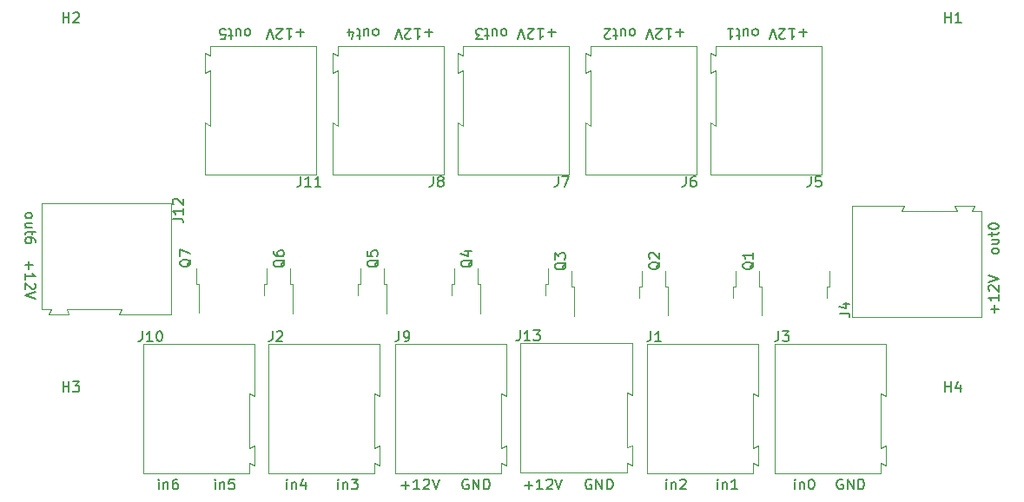
<source format=gto>
G04 #@! TF.GenerationSoftware,KiCad,Pcbnew,(5.1.4)-1*
G04 #@! TF.CreationDate,2019-11-29T00:22:24+00:00*
G04 #@! TF.ProjectId,relay-replacement-board,72656c61-792d-4726-9570-6c6163656d65,rev?*
G04 #@! TF.SameCoordinates,Original*
G04 #@! TF.FileFunction,Legend,Top*
G04 #@! TF.FilePolarity,Positive*
%FSLAX46Y46*%
G04 Gerber Fmt 4.6, Leading zero omitted, Abs format (unit mm)*
G04 Created by KiCad (PCBNEW (5.1.4)-1) date 2019-11-29 00:22:24*
%MOMM*%
%LPD*%
G04 APERTURE LIST*
%ADD10C,0.150000*%
%ADD11C,0.120000*%
%ADD12C,1.002000*%
%ADD13C,8.702000*%
%ADD14O,2.082000X4.062000*%
%ADD15R,2.082000X4.062000*%
%ADD16R,5.902000X6.502000*%
%ADD17R,1.302000X2.302000*%
%ADD18O,4.062000X2.082000*%
%ADD19R,4.062000X2.082000*%
G04 APERTURE END LIST*
D10*
X182452380Y-94285714D02*
X182404761Y-94380952D01*
X182357142Y-94428571D01*
X182261904Y-94476190D01*
X181976190Y-94476190D01*
X181880952Y-94428571D01*
X181833333Y-94380952D01*
X181785714Y-94285714D01*
X181785714Y-94142857D01*
X181833333Y-94047619D01*
X181880952Y-94000000D01*
X181976190Y-93952380D01*
X182261904Y-93952380D01*
X182357142Y-94000000D01*
X182404761Y-94047619D01*
X182452380Y-94142857D01*
X182452380Y-94285714D01*
X181785714Y-93095238D02*
X182452380Y-93095238D01*
X181785714Y-93523809D02*
X182309523Y-93523809D01*
X182404761Y-93476190D01*
X182452380Y-93380952D01*
X182452380Y-93238095D01*
X182404761Y-93142857D01*
X182357142Y-93095238D01*
X181785714Y-92761904D02*
X181785714Y-92380952D01*
X181452380Y-92619047D02*
X182309523Y-92619047D01*
X182404761Y-92571428D01*
X182452380Y-92476190D01*
X182452380Y-92380952D01*
X181452380Y-91857142D02*
X181452380Y-91761904D01*
X181500000Y-91666666D01*
X181547619Y-91619047D01*
X181642857Y-91571428D01*
X181833333Y-91523809D01*
X182071428Y-91523809D01*
X182261904Y-91571428D01*
X182357142Y-91619047D01*
X182404761Y-91666666D01*
X182452380Y-91761904D01*
X182452380Y-91857142D01*
X182404761Y-91952380D01*
X182357142Y-92000000D01*
X182261904Y-92047619D01*
X182071428Y-92095238D01*
X181833333Y-92095238D01*
X181642857Y-92047619D01*
X181547619Y-92000000D01*
X181500000Y-91952380D01*
X181452380Y-91857142D01*
X158785714Y-72547619D02*
X158880952Y-72595238D01*
X158928571Y-72642857D01*
X158976190Y-72738095D01*
X158976190Y-73023809D01*
X158928571Y-73119047D01*
X158880952Y-73166666D01*
X158785714Y-73214285D01*
X158642857Y-73214285D01*
X158547619Y-73166666D01*
X158500000Y-73119047D01*
X158452380Y-73023809D01*
X158452380Y-72738095D01*
X158500000Y-72642857D01*
X158547619Y-72595238D01*
X158642857Y-72547619D01*
X158785714Y-72547619D01*
X157595238Y-73214285D02*
X157595238Y-72547619D01*
X158023809Y-73214285D02*
X158023809Y-72690476D01*
X157976190Y-72595238D01*
X157880952Y-72547619D01*
X157738095Y-72547619D01*
X157642857Y-72595238D01*
X157595238Y-72642857D01*
X157261904Y-73214285D02*
X156880952Y-73214285D01*
X157119047Y-73547619D02*
X157119047Y-72690476D01*
X157071428Y-72595238D01*
X156976190Y-72547619D01*
X156880952Y-72547619D01*
X156023809Y-72547619D02*
X156595238Y-72547619D01*
X156309523Y-72547619D02*
X156309523Y-73547619D01*
X156404761Y-73404761D01*
X156500000Y-73309523D01*
X156595238Y-73261904D01*
X146785714Y-72547619D02*
X146880952Y-72595238D01*
X146928571Y-72642857D01*
X146976190Y-72738095D01*
X146976190Y-73023809D01*
X146928571Y-73119047D01*
X146880952Y-73166666D01*
X146785714Y-73214285D01*
X146642857Y-73214285D01*
X146547619Y-73166666D01*
X146500000Y-73119047D01*
X146452380Y-73023809D01*
X146452380Y-72738095D01*
X146500000Y-72642857D01*
X146547619Y-72595238D01*
X146642857Y-72547619D01*
X146785714Y-72547619D01*
X145595238Y-73214285D02*
X145595238Y-72547619D01*
X146023809Y-73214285D02*
X146023809Y-72690476D01*
X145976190Y-72595238D01*
X145880952Y-72547619D01*
X145738095Y-72547619D01*
X145642857Y-72595238D01*
X145595238Y-72642857D01*
X145261904Y-73214285D02*
X144880952Y-73214285D01*
X145119047Y-73547619D02*
X145119047Y-72690476D01*
X145071428Y-72595238D01*
X144976190Y-72547619D01*
X144880952Y-72547619D01*
X144595238Y-73452380D02*
X144547619Y-73500000D01*
X144452380Y-73547619D01*
X144214285Y-73547619D01*
X144119047Y-73500000D01*
X144071428Y-73452380D01*
X144023809Y-73357142D01*
X144023809Y-73261904D01*
X144071428Y-73119047D01*
X144642857Y-72547619D01*
X144023809Y-72547619D01*
X134285714Y-72547619D02*
X134380952Y-72595238D01*
X134428571Y-72642857D01*
X134476190Y-72738095D01*
X134476190Y-73023809D01*
X134428571Y-73119047D01*
X134380952Y-73166666D01*
X134285714Y-73214285D01*
X134142857Y-73214285D01*
X134047619Y-73166666D01*
X134000000Y-73119047D01*
X133952380Y-73023809D01*
X133952380Y-72738095D01*
X134000000Y-72642857D01*
X134047619Y-72595238D01*
X134142857Y-72547619D01*
X134285714Y-72547619D01*
X133095238Y-73214285D02*
X133095238Y-72547619D01*
X133523809Y-73214285D02*
X133523809Y-72690476D01*
X133476190Y-72595238D01*
X133380952Y-72547619D01*
X133238095Y-72547619D01*
X133142857Y-72595238D01*
X133095238Y-72642857D01*
X132761904Y-73214285D02*
X132380952Y-73214285D01*
X132619047Y-73547619D02*
X132619047Y-72690476D01*
X132571428Y-72595238D01*
X132476190Y-72547619D01*
X132380952Y-72547619D01*
X132142857Y-73547619D02*
X131523809Y-73547619D01*
X131857142Y-73166666D01*
X131714285Y-73166666D01*
X131619047Y-73119047D01*
X131571428Y-73071428D01*
X131523809Y-72976190D01*
X131523809Y-72738095D01*
X131571428Y-72642857D01*
X131619047Y-72595238D01*
X131714285Y-72547619D01*
X132000000Y-72547619D01*
X132095238Y-72595238D01*
X132142857Y-72642857D01*
X121785714Y-72547619D02*
X121880952Y-72595238D01*
X121928571Y-72642857D01*
X121976190Y-72738095D01*
X121976190Y-73023809D01*
X121928571Y-73119047D01*
X121880952Y-73166666D01*
X121785714Y-73214285D01*
X121642857Y-73214285D01*
X121547619Y-73166666D01*
X121500000Y-73119047D01*
X121452380Y-73023809D01*
X121452380Y-72738095D01*
X121500000Y-72642857D01*
X121547619Y-72595238D01*
X121642857Y-72547619D01*
X121785714Y-72547619D01*
X120595238Y-73214285D02*
X120595238Y-72547619D01*
X121023809Y-73214285D02*
X121023809Y-72690476D01*
X120976190Y-72595238D01*
X120880952Y-72547619D01*
X120738095Y-72547619D01*
X120642857Y-72595238D01*
X120595238Y-72642857D01*
X120261904Y-73214285D02*
X119880952Y-73214285D01*
X120119047Y-73547619D02*
X120119047Y-72690476D01*
X120071428Y-72595238D01*
X119976190Y-72547619D01*
X119880952Y-72547619D01*
X119119047Y-73214285D02*
X119119047Y-72547619D01*
X119357142Y-73595238D02*
X119595238Y-72880952D01*
X118976190Y-72880952D01*
X109285714Y-72547619D02*
X109380952Y-72595238D01*
X109428571Y-72642857D01*
X109476190Y-72738095D01*
X109476190Y-73023809D01*
X109428571Y-73119047D01*
X109380952Y-73166666D01*
X109285714Y-73214285D01*
X109142857Y-73214285D01*
X109047619Y-73166666D01*
X109000000Y-73119047D01*
X108952380Y-73023809D01*
X108952380Y-72738095D01*
X109000000Y-72642857D01*
X109047619Y-72595238D01*
X109142857Y-72547619D01*
X109285714Y-72547619D01*
X108095238Y-73214285D02*
X108095238Y-72547619D01*
X108523809Y-73214285D02*
X108523809Y-72690476D01*
X108476190Y-72595238D01*
X108380952Y-72547619D01*
X108238095Y-72547619D01*
X108142857Y-72595238D01*
X108095238Y-72642857D01*
X107761904Y-73214285D02*
X107380952Y-73214285D01*
X107619047Y-73547619D02*
X107619047Y-72690476D01*
X107571428Y-72595238D01*
X107476190Y-72547619D01*
X107380952Y-72547619D01*
X106571428Y-73547619D02*
X107047619Y-73547619D01*
X107095238Y-73071428D01*
X107047619Y-73119047D01*
X106952380Y-73166666D01*
X106714285Y-73166666D01*
X106619047Y-73119047D01*
X106571428Y-73071428D01*
X106523809Y-72976190D01*
X106523809Y-72738095D01*
X106571428Y-72642857D01*
X106619047Y-72595238D01*
X106714285Y-72547619D01*
X106952380Y-72547619D01*
X107047619Y-72595238D01*
X107095238Y-72642857D01*
X87547619Y-90714285D02*
X87595238Y-90619047D01*
X87642857Y-90571428D01*
X87738095Y-90523809D01*
X88023809Y-90523809D01*
X88119047Y-90571428D01*
X88166666Y-90619047D01*
X88214285Y-90714285D01*
X88214285Y-90857142D01*
X88166666Y-90952380D01*
X88119047Y-91000000D01*
X88023809Y-91047619D01*
X87738095Y-91047619D01*
X87642857Y-91000000D01*
X87595238Y-90952380D01*
X87547619Y-90857142D01*
X87547619Y-90714285D01*
X88214285Y-91904761D02*
X87547619Y-91904761D01*
X88214285Y-91476190D02*
X87690476Y-91476190D01*
X87595238Y-91523809D01*
X87547619Y-91619047D01*
X87547619Y-91761904D01*
X87595238Y-91857142D01*
X87642857Y-91904761D01*
X88214285Y-92238095D02*
X88214285Y-92619047D01*
X88547619Y-92380952D02*
X87690476Y-92380952D01*
X87595238Y-92428571D01*
X87547619Y-92523809D01*
X87547619Y-92619047D01*
X88547619Y-93380952D02*
X88547619Y-93190476D01*
X88500000Y-93095238D01*
X88452380Y-93047619D01*
X88309523Y-92952380D01*
X88119047Y-92904761D01*
X87738095Y-92904761D01*
X87642857Y-92952380D01*
X87595238Y-93000000D01*
X87547619Y-93095238D01*
X87547619Y-93285714D01*
X87595238Y-93380952D01*
X87642857Y-93428571D01*
X87738095Y-93476190D01*
X87976190Y-93476190D01*
X88071428Y-93428571D01*
X88119047Y-93380952D01*
X88166666Y-93285714D01*
X88166666Y-93095238D01*
X88119047Y-93000000D01*
X88071428Y-92952380D01*
X87976190Y-92904761D01*
X100571428Y-117452380D02*
X100571428Y-116785714D01*
X100571428Y-116452380D02*
X100523809Y-116500000D01*
X100571428Y-116547619D01*
X100619047Y-116500000D01*
X100571428Y-116452380D01*
X100571428Y-116547619D01*
X101047619Y-116785714D02*
X101047619Y-117452380D01*
X101047619Y-116880952D02*
X101095238Y-116833333D01*
X101190476Y-116785714D01*
X101333333Y-116785714D01*
X101428571Y-116833333D01*
X101476190Y-116928571D01*
X101476190Y-117452380D01*
X102380952Y-116452380D02*
X102190476Y-116452380D01*
X102095238Y-116500000D01*
X102047619Y-116547619D01*
X101952380Y-116690476D01*
X101904761Y-116880952D01*
X101904761Y-117261904D01*
X101952380Y-117357142D01*
X102000000Y-117404761D01*
X102095238Y-117452380D01*
X102285714Y-117452380D01*
X102380952Y-117404761D01*
X102428571Y-117357142D01*
X102476190Y-117261904D01*
X102476190Y-117023809D01*
X102428571Y-116928571D01*
X102380952Y-116880952D01*
X102285714Y-116833333D01*
X102095238Y-116833333D01*
X102000000Y-116880952D01*
X101952380Y-116928571D01*
X101904761Y-117023809D01*
X106071428Y-117452380D02*
X106071428Y-116785714D01*
X106071428Y-116452380D02*
X106023809Y-116500000D01*
X106071428Y-116547619D01*
X106119047Y-116500000D01*
X106071428Y-116452380D01*
X106071428Y-116547619D01*
X106547619Y-116785714D02*
X106547619Y-117452380D01*
X106547619Y-116880952D02*
X106595238Y-116833333D01*
X106690476Y-116785714D01*
X106833333Y-116785714D01*
X106928571Y-116833333D01*
X106976190Y-116928571D01*
X106976190Y-117452380D01*
X107928571Y-116452380D02*
X107452380Y-116452380D01*
X107404761Y-116928571D01*
X107452380Y-116880952D01*
X107547619Y-116833333D01*
X107785714Y-116833333D01*
X107880952Y-116880952D01*
X107928571Y-116928571D01*
X107976190Y-117023809D01*
X107976190Y-117261904D01*
X107928571Y-117357142D01*
X107880952Y-117404761D01*
X107785714Y-117452380D01*
X107547619Y-117452380D01*
X107452380Y-117404761D01*
X107404761Y-117357142D01*
X113071428Y-117452380D02*
X113071428Y-116785714D01*
X113071428Y-116452380D02*
X113023809Y-116500000D01*
X113071428Y-116547619D01*
X113119047Y-116500000D01*
X113071428Y-116452380D01*
X113071428Y-116547619D01*
X113547619Y-116785714D02*
X113547619Y-117452380D01*
X113547619Y-116880952D02*
X113595238Y-116833333D01*
X113690476Y-116785714D01*
X113833333Y-116785714D01*
X113928571Y-116833333D01*
X113976190Y-116928571D01*
X113976190Y-117452380D01*
X114880952Y-116785714D02*
X114880952Y-117452380D01*
X114642857Y-116404761D02*
X114404761Y-117119047D01*
X115023809Y-117119047D01*
X118071428Y-117452380D02*
X118071428Y-116785714D01*
X118071428Y-116452380D02*
X118023809Y-116500000D01*
X118071428Y-116547619D01*
X118119047Y-116500000D01*
X118071428Y-116452380D01*
X118071428Y-116547619D01*
X118547619Y-116785714D02*
X118547619Y-117452380D01*
X118547619Y-116880952D02*
X118595238Y-116833333D01*
X118690476Y-116785714D01*
X118833333Y-116785714D01*
X118928571Y-116833333D01*
X118976190Y-116928571D01*
X118976190Y-117452380D01*
X119357142Y-116452380D02*
X119976190Y-116452380D01*
X119642857Y-116833333D01*
X119785714Y-116833333D01*
X119880952Y-116880952D01*
X119928571Y-116928571D01*
X119976190Y-117023809D01*
X119976190Y-117261904D01*
X119928571Y-117357142D01*
X119880952Y-117404761D01*
X119785714Y-117452380D01*
X119500000Y-117452380D01*
X119404761Y-117404761D01*
X119357142Y-117357142D01*
X150071428Y-117452380D02*
X150071428Y-116785714D01*
X150071428Y-116452380D02*
X150023809Y-116500000D01*
X150071428Y-116547619D01*
X150119047Y-116500000D01*
X150071428Y-116452380D01*
X150071428Y-116547619D01*
X150547619Y-116785714D02*
X150547619Y-117452380D01*
X150547619Y-116880952D02*
X150595238Y-116833333D01*
X150690476Y-116785714D01*
X150833333Y-116785714D01*
X150928571Y-116833333D01*
X150976190Y-116928571D01*
X150976190Y-117452380D01*
X151404761Y-116547619D02*
X151452380Y-116500000D01*
X151547619Y-116452380D01*
X151785714Y-116452380D01*
X151880952Y-116500000D01*
X151928571Y-116547619D01*
X151976190Y-116642857D01*
X151976190Y-116738095D01*
X151928571Y-116880952D01*
X151357142Y-117452380D01*
X151976190Y-117452380D01*
X155071428Y-117452380D02*
X155071428Y-116785714D01*
X155071428Y-116452380D02*
X155023809Y-116500000D01*
X155071428Y-116547619D01*
X155119047Y-116500000D01*
X155071428Y-116452380D01*
X155071428Y-116547619D01*
X155547619Y-116785714D02*
X155547619Y-117452380D01*
X155547619Y-116880952D02*
X155595238Y-116833333D01*
X155690476Y-116785714D01*
X155833333Y-116785714D01*
X155928571Y-116833333D01*
X155976190Y-116928571D01*
X155976190Y-117452380D01*
X156976190Y-117452380D02*
X156404761Y-117452380D01*
X156690476Y-117452380D02*
X156690476Y-116452380D01*
X156595238Y-116595238D01*
X156500000Y-116690476D01*
X156404761Y-116738095D01*
X162571428Y-117452380D02*
X162571428Y-116785714D01*
X162571428Y-116452380D02*
X162523809Y-116500000D01*
X162571428Y-116547619D01*
X162619047Y-116500000D01*
X162571428Y-116452380D01*
X162571428Y-116547619D01*
X163047619Y-116785714D02*
X163047619Y-117452380D01*
X163047619Y-116880952D02*
X163095238Y-116833333D01*
X163190476Y-116785714D01*
X163333333Y-116785714D01*
X163428571Y-116833333D01*
X163476190Y-116928571D01*
X163476190Y-117452380D01*
X164142857Y-116452380D02*
X164238095Y-116452380D01*
X164333333Y-116500000D01*
X164380952Y-116547619D01*
X164428571Y-116642857D01*
X164476190Y-116833333D01*
X164476190Y-117071428D01*
X164428571Y-117261904D01*
X164380952Y-117357142D01*
X164333333Y-117404761D01*
X164238095Y-117452380D01*
X164142857Y-117452380D01*
X164047619Y-117404761D01*
X164000000Y-117357142D01*
X163952380Y-117261904D01*
X163904761Y-117071428D01*
X163904761Y-116833333D01*
X163952380Y-116642857D01*
X164000000Y-116547619D01*
X164047619Y-116500000D01*
X164142857Y-116452380D01*
X130738095Y-116500000D02*
X130642857Y-116452380D01*
X130500000Y-116452380D01*
X130357142Y-116500000D01*
X130261904Y-116595238D01*
X130214285Y-116690476D01*
X130166666Y-116880952D01*
X130166666Y-117023809D01*
X130214285Y-117214285D01*
X130261904Y-117309523D01*
X130357142Y-117404761D01*
X130500000Y-117452380D01*
X130595238Y-117452380D01*
X130738095Y-117404761D01*
X130785714Y-117357142D01*
X130785714Y-117023809D01*
X130595238Y-117023809D01*
X131214285Y-117452380D02*
X131214285Y-116452380D01*
X131785714Y-117452380D01*
X131785714Y-116452380D01*
X132261904Y-117452380D02*
X132261904Y-116452380D01*
X132500000Y-116452380D01*
X132642857Y-116500000D01*
X132738095Y-116595238D01*
X132785714Y-116690476D01*
X132833333Y-116880952D01*
X132833333Y-117023809D01*
X132785714Y-117214285D01*
X132738095Y-117309523D01*
X132642857Y-117404761D01*
X132500000Y-117452380D01*
X132261904Y-117452380D01*
X167238095Y-116500000D02*
X167142857Y-116452380D01*
X167000000Y-116452380D01*
X166857142Y-116500000D01*
X166761904Y-116595238D01*
X166714285Y-116690476D01*
X166666666Y-116880952D01*
X166666666Y-117023809D01*
X166714285Y-117214285D01*
X166761904Y-117309523D01*
X166857142Y-117404761D01*
X167000000Y-117452380D01*
X167095238Y-117452380D01*
X167238095Y-117404761D01*
X167285714Y-117357142D01*
X167285714Y-117023809D01*
X167095238Y-117023809D01*
X167714285Y-117452380D02*
X167714285Y-116452380D01*
X168285714Y-117452380D01*
X168285714Y-116452380D01*
X168761904Y-117452380D02*
X168761904Y-116452380D01*
X169000000Y-116452380D01*
X169142857Y-116500000D01*
X169238095Y-116595238D01*
X169285714Y-116690476D01*
X169333333Y-116880952D01*
X169333333Y-117023809D01*
X169285714Y-117214285D01*
X169238095Y-117309523D01*
X169142857Y-117404761D01*
X169000000Y-117452380D01*
X168761904Y-117452380D01*
X142738095Y-116500000D02*
X142642857Y-116452380D01*
X142500000Y-116452380D01*
X142357142Y-116500000D01*
X142261904Y-116595238D01*
X142214285Y-116690476D01*
X142166666Y-116880952D01*
X142166666Y-117023809D01*
X142214285Y-117214285D01*
X142261904Y-117309523D01*
X142357142Y-117404761D01*
X142500000Y-117452380D01*
X142595238Y-117452380D01*
X142738095Y-117404761D01*
X142785714Y-117357142D01*
X142785714Y-117023809D01*
X142595238Y-117023809D01*
X143214285Y-117452380D02*
X143214285Y-116452380D01*
X143785714Y-117452380D01*
X143785714Y-116452380D01*
X144261904Y-117452380D02*
X144261904Y-116452380D01*
X144500000Y-116452380D01*
X144642857Y-116500000D01*
X144738095Y-116595238D01*
X144785714Y-116690476D01*
X144833333Y-116880952D01*
X144833333Y-117023809D01*
X144785714Y-117214285D01*
X144738095Y-117309523D01*
X144642857Y-117404761D01*
X144500000Y-117452380D01*
X144261904Y-117452380D01*
X163761904Y-72928571D02*
X163000000Y-72928571D01*
X163380952Y-72547619D02*
X163380952Y-73309523D01*
X162000000Y-72547619D02*
X162571428Y-72547619D01*
X162285714Y-72547619D02*
X162285714Y-73547619D01*
X162380952Y-73404761D01*
X162476190Y-73309523D01*
X162571428Y-73261904D01*
X161619047Y-73452380D02*
X161571428Y-73500000D01*
X161476190Y-73547619D01*
X161238095Y-73547619D01*
X161142857Y-73500000D01*
X161095238Y-73452380D01*
X161047619Y-73357142D01*
X161047619Y-73261904D01*
X161095238Y-73119047D01*
X161666666Y-72547619D01*
X161047619Y-72547619D01*
X160761904Y-73547619D02*
X160428571Y-72547619D01*
X160095238Y-73547619D01*
X151761904Y-72928571D02*
X151000000Y-72928571D01*
X151380952Y-72547619D02*
X151380952Y-73309523D01*
X150000000Y-72547619D02*
X150571428Y-72547619D01*
X150285714Y-72547619D02*
X150285714Y-73547619D01*
X150380952Y-73404761D01*
X150476190Y-73309523D01*
X150571428Y-73261904D01*
X149619047Y-73452380D02*
X149571428Y-73500000D01*
X149476190Y-73547619D01*
X149238095Y-73547619D01*
X149142857Y-73500000D01*
X149095238Y-73452380D01*
X149047619Y-73357142D01*
X149047619Y-73261904D01*
X149095238Y-73119047D01*
X149666666Y-72547619D01*
X149047619Y-72547619D01*
X148761904Y-73547619D02*
X148428571Y-72547619D01*
X148095238Y-73547619D01*
X139261904Y-72928571D02*
X138500000Y-72928571D01*
X138880952Y-72547619D02*
X138880952Y-73309523D01*
X137500000Y-72547619D02*
X138071428Y-72547619D01*
X137785714Y-72547619D02*
X137785714Y-73547619D01*
X137880952Y-73404761D01*
X137976190Y-73309523D01*
X138071428Y-73261904D01*
X137119047Y-73452380D02*
X137071428Y-73500000D01*
X136976190Y-73547619D01*
X136738095Y-73547619D01*
X136642857Y-73500000D01*
X136595238Y-73452380D01*
X136547619Y-73357142D01*
X136547619Y-73261904D01*
X136595238Y-73119047D01*
X137166666Y-72547619D01*
X136547619Y-72547619D01*
X136261904Y-73547619D02*
X135928571Y-72547619D01*
X135595238Y-73547619D01*
X127261904Y-72928571D02*
X126500000Y-72928571D01*
X126880952Y-72547619D02*
X126880952Y-73309523D01*
X125500000Y-72547619D02*
X126071428Y-72547619D01*
X125785714Y-72547619D02*
X125785714Y-73547619D01*
X125880952Y-73404761D01*
X125976190Y-73309523D01*
X126071428Y-73261904D01*
X125119047Y-73452380D02*
X125071428Y-73500000D01*
X124976190Y-73547619D01*
X124738095Y-73547619D01*
X124642857Y-73500000D01*
X124595238Y-73452380D01*
X124547619Y-73357142D01*
X124547619Y-73261904D01*
X124595238Y-73119047D01*
X125166666Y-72547619D01*
X124547619Y-72547619D01*
X124261904Y-73547619D02*
X123928571Y-72547619D01*
X123595238Y-73547619D01*
X114761904Y-72928571D02*
X114000000Y-72928571D01*
X114380952Y-72547619D02*
X114380952Y-73309523D01*
X113000000Y-72547619D02*
X113571428Y-72547619D01*
X113285714Y-72547619D02*
X113285714Y-73547619D01*
X113380952Y-73404761D01*
X113476190Y-73309523D01*
X113571428Y-73261904D01*
X112619047Y-73452380D02*
X112571428Y-73500000D01*
X112476190Y-73547619D01*
X112238095Y-73547619D01*
X112142857Y-73500000D01*
X112095238Y-73452380D01*
X112047619Y-73357142D01*
X112047619Y-73261904D01*
X112095238Y-73119047D01*
X112666666Y-72547619D01*
X112047619Y-72547619D01*
X111761904Y-73547619D02*
X111428571Y-72547619D01*
X111095238Y-73547619D01*
X182071428Y-100261904D02*
X182071428Y-99500000D01*
X182452380Y-99880952D02*
X181690476Y-99880952D01*
X182452380Y-98500000D02*
X182452380Y-99071428D01*
X182452380Y-98785714D02*
X181452380Y-98785714D01*
X181595238Y-98880952D01*
X181690476Y-98976190D01*
X181738095Y-99071428D01*
X181547619Y-98119047D02*
X181500000Y-98071428D01*
X181452380Y-97976190D01*
X181452380Y-97738095D01*
X181500000Y-97642857D01*
X181547619Y-97595238D01*
X181642857Y-97547619D01*
X181738095Y-97547619D01*
X181880952Y-97595238D01*
X182452380Y-98166666D01*
X182452380Y-97547619D01*
X181452380Y-97261904D02*
X182452380Y-96928571D01*
X181452380Y-96595238D01*
X87928571Y-95238095D02*
X87928571Y-96000000D01*
X87547619Y-95619047D02*
X88309523Y-95619047D01*
X87547619Y-97000000D02*
X87547619Y-96428571D01*
X87547619Y-96714285D02*
X88547619Y-96714285D01*
X88404761Y-96619047D01*
X88309523Y-96523809D01*
X88261904Y-96428571D01*
X88452380Y-97380952D02*
X88500000Y-97428571D01*
X88547619Y-97523809D01*
X88547619Y-97761904D01*
X88500000Y-97857142D01*
X88452380Y-97904761D01*
X88357142Y-97952380D01*
X88261904Y-97952380D01*
X88119047Y-97904761D01*
X87547619Y-97333333D01*
X87547619Y-97952380D01*
X88547619Y-98238095D02*
X87547619Y-98571428D01*
X88547619Y-98904761D01*
X136238095Y-117071428D02*
X137000000Y-117071428D01*
X136619047Y-117452380D02*
X136619047Y-116690476D01*
X138000000Y-117452380D02*
X137428571Y-117452380D01*
X137714285Y-117452380D02*
X137714285Y-116452380D01*
X137619047Y-116595238D01*
X137523809Y-116690476D01*
X137428571Y-116738095D01*
X138380952Y-116547619D02*
X138428571Y-116500000D01*
X138523809Y-116452380D01*
X138761904Y-116452380D01*
X138857142Y-116500000D01*
X138904761Y-116547619D01*
X138952380Y-116642857D01*
X138952380Y-116738095D01*
X138904761Y-116880952D01*
X138333333Y-117452380D01*
X138952380Y-117452380D01*
X139238095Y-116452380D02*
X139571428Y-117452380D01*
X139904761Y-116452380D01*
X124238095Y-117071428D02*
X125000000Y-117071428D01*
X124619047Y-117452380D02*
X124619047Y-116690476D01*
X126000000Y-117452380D02*
X125428571Y-117452380D01*
X125714285Y-117452380D02*
X125714285Y-116452380D01*
X125619047Y-116595238D01*
X125523809Y-116690476D01*
X125428571Y-116738095D01*
X126380952Y-116547619D02*
X126428571Y-116500000D01*
X126523809Y-116452380D01*
X126761904Y-116452380D01*
X126857142Y-116500000D01*
X126904761Y-116547619D01*
X126952380Y-116642857D01*
X126952380Y-116738095D01*
X126904761Y-116880952D01*
X126333333Y-117452380D01*
X126952380Y-117452380D01*
X127238095Y-116452380D02*
X127571428Y-117452380D01*
X127904761Y-116452380D01*
D11*
X109908000Y-103270000D02*
X99058000Y-103270000D01*
X109908000Y-108370000D02*
X109908000Y-103270000D01*
X109408000Y-108070000D02*
X109908000Y-108370000D01*
X109408000Y-113470000D02*
X109408000Y-108070000D01*
X109908000Y-113220000D02*
X109408000Y-113470000D01*
X109908000Y-113270000D02*
X109908000Y-113220000D01*
X109908000Y-115170000D02*
X109908000Y-113270000D01*
X109408000Y-114920000D02*
X109908000Y-115170000D01*
X109408000Y-115870000D02*
X109408000Y-114920000D01*
X99058000Y-115870000D02*
X109408000Y-115870000D01*
X99058000Y-103270000D02*
X99058000Y-115870000D01*
X146700000Y-103200000D02*
X135850000Y-103200000D01*
X146700000Y-108300000D02*
X146700000Y-103200000D01*
X146200000Y-108000000D02*
X146700000Y-108300000D01*
X146200000Y-113400000D02*
X146200000Y-108000000D01*
X146700000Y-113150000D02*
X146200000Y-113400000D01*
X146700000Y-113200000D02*
X146700000Y-113150000D01*
X146700000Y-115100000D02*
X146700000Y-113200000D01*
X146200000Y-114850000D02*
X146700000Y-115100000D01*
X146200000Y-115800000D02*
X146200000Y-114850000D01*
X135850000Y-115800000D02*
X146200000Y-115800000D01*
X135850000Y-103200000D02*
X135850000Y-115800000D01*
X110849000Y-97415000D02*
X110849000Y-98515000D01*
X111119000Y-97415000D02*
X110849000Y-97415000D01*
X111119000Y-95915000D02*
X111119000Y-97415000D01*
X104489000Y-97415000D02*
X104489000Y-100245000D01*
X104219000Y-97415000D02*
X104489000Y-97415000D01*
X104219000Y-95915000D02*
X104219000Y-97415000D01*
X119992000Y-97450000D02*
X119992000Y-98550000D01*
X120262000Y-97450000D02*
X119992000Y-97450000D01*
X120262000Y-95950000D02*
X120262000Y-97450000D01*
X113632000Y-97450000D02*
X113632000Y-100280000D01*
X113362000Y-97450000D02*
X113632000Y-97450000D01*
X113362000Y-95950000D02*
X113362000Y-97450000D01*
X129136000Y-97450000D02*
X129136000Y-98550000D01*
X129406000Y-97450000D02*
X129136000Y-97450000D01*
X129406000Y-95950000D02*
X129406000Y-97450000D01*
X122776000Y-97450000D02*
X122776000Y-100280000D01*
X122506000Y-97450000D02*
X122776000Y-97450000D01*
X122506000Y-95950000D02*
X122506000Y-97450000D01*
X138280000Y-97450000D02*
X138280000Y-98550000D01*
X138550000Y-97450000D02*
X138280000Y-97450000D01*
X138550000Y-95950000D02*
X138550000Y-97450000D01*
X131920000Y-97450000D02*
X131920000Y-100280000D01*
X131650000Y-97450000D02*
X131920000Y-97450000D01*
X131650000Y-95950000D02*
X131650000Y-97450000D01*
X140794000Y-96204000D02*
X140794000Y-97704000D01*
X140794000Y-97704000D02*
X141064000Y-97704000D01*
X141064000Y-97704000D02*
X141064000Y-100534000D01*
X147694000Y-96204000D02*
X147694000Y-97704000D01*
X147694000Y-97704000D02*
X147424000Y-97704000D01*
X147424000Y-97704000D02*
X147424000Y-98804000D01*
X156567000Y-97669000D02*
X156567000Y-98769000D01*
X156837000Y-97669000D02*
X156567000Y-97669000D01*
X156837000Y-96169000D02*
X156837000Y-97669000D01*
X150207000Y-97669000D02*
X150207000Y-100499000D01*
X149937000Y-97669000D02*
X150207000Y-97669000D01*
X149937000Y-96169000D02*
X149937000Y-97669000D01*
X165713000Y-97669000D02*
X165713000Y-98769000D01*
X165983000Y-97669000D02*
X165713000Y-97669000D01*
X165983000Y-96169000D02*
X165983000Y-97669000D01*
X159353000Y-97669000D02*
X159353000Y-100499000D01*
X159083000Y-97669000D02*
X159353000Y-97669000D01*
X159083000Y-96169000D02*
X159083000Y-97669000D01*
X101776000Y-100386000D02*
X101776000Y-89536000D01*
X96676000Y-100386000D02*
X101776000Y-100386000D01*
X96976000Y-99886000D02*
X96676000Y-100386000D01*
X91576000Y-99886000D02*
X96976000Y-99886000D01*
X91826000Y-100386000D02*
X91576000Y-99886000D01*
X91776000Y-100386000D02*
X91826000Y-100386000D01*
X89876000Y-100386000D02*
X91776000Y-100386000D01*
X90126000Y-99886000D02*
X89876000Y-100386000D01*
X89176000Y-99886000D02*
X90126000Y-99886000D01*
X89176000Y-89536000D02*
X89176000Y-99886000D01*
X101776000Y-89536000D02*
X89176000Y-89536000D01*
X105096000Y-86802000D02*
X115946000Y-86802000D01*
X105096000Y-81702000D02*
X105096000Y-86802000D01*
X105596000Y-82002000D02*
X105096000Y-81702000D01*
X105596000Y-76602000D02*
X105596000Y-82002000D01*
X105096000Y-76852000D02*
X105596000Y-76602000D01*
X105096000Y-76802000D02*
X105096000Y-76852000D01*
X105096000Y-74902000D02*
X105096000Y-76802000D01*
X105596000Y-75152000D02*
X105096000Y-74902000D01*
X105596000Y-74202000D02*
X105596000Y-75152000D01*
X115946000Y-74202000D02*
X105596000Y-74202000D01*
X115946000Y-86802000D02*
X115946000Y-74202000D01*
X134450000Y-103270000D02*
X123600000Y-103270000D01*
X134450000Y-108370000D02*
X134450000Y-103270000D01*
X133950000Y-108070000D02*
X134450000Y-108370000D01*
X133950000Y-113470000D02*
X133950000Y-108070000D01*
X134450000Y-113220000D02*
X133950000Y-113470000D01*
X134450000Y-113270000D02*
X134450000Y-113220000D01*
X134450000Y-115170000D02*
X134450000Y-113270000D01*
X133950000Y-114920000D02*
X134450000Y-115170000D01*
X133950000Y-115870000D02*
X133950000Y-114920000D01*
X123600000Y-115870000D02*
X133950000Y-115870000D01*
X123600000Y-103270000D02*
X123600000Y-115870000D01*
X117542000Y-86802000D02*
X128392000Y-86802000D01*
X117542000Y-81702000D02*
X117542000Y-86802000D01*
X118042000Y-82002000D02*
X117542000Y-81702000D01*
X118042000Y-76602000D02*
X118042000Y-82002000D01*
X117542000Y-76852000D02*
X118042000Y-76602000D01*
X117542000Y-76802000D02*
X117542000Y-76852000D01*
X117542000Y-74902000D02*
X117542000Y-76802000D01*
X118042000Y-75152000D02*
X117542000Y-74902000D01*
X118042000Y-74202000D02*
X118042000Y-75152000D01*
X128392000Y-74202000D02*
X118042000Y-74202000D01*
X128392000Y-86802000D02*
X128392000Y-74202000D01*
X129734000Y-86802000D02*
X140584000Y-86802000D01*
X129734000Y-81702000D02*
X129734000Y-86802000D01*
X130234000Y-82002000D02*
X129734000Y-81702000D01*
X130234000Y-76602000D02*
X130234000Y-82002000D01*
X129734000Y-76852000D02*
X130234000Y-76602000D01*
X129734000Y-76802000D02*
X129734000Y-76852000D01*
X129734000Y-74902000D02*
X129734000Y-76802000D01*
X130234000Y-75152000D02*
X129734000Y-74902000D01*
X130234000Y-74202000D02*
X130234000Y-75152000D01*
X140584000Y-74202000D02*
X130234000Y-74202000D01*
X140584000Y-86802000D02*
X140584000Y-74202000D01*
X142180000Y-86802000D02*
X153030000Y-86802000D01*
X142180000Y-81702000D02*
X142180000Y-86802000D01*
X142680000Y-82002000D02*
X142180000Y-81702000D01*
X142680000Y-76602000D02*
X142680000Y-82002000D01*
X142180000Y-76852000D02*
X142680000Y-76602000D01*
X142180000Y-76802000D02*
X142180000Y-76852000D01*
X142180000Y-74902000D02*
X142180000Y-76802000D01*
X142680000Y-75152000D02*
X142180000Y-74902000D01*
X142680000Y-74202000D02*
X142680000Y-75152000D01*
X153030000Y-74202000D02*
X142680000Y-74202000D01*
X153030000Y-86802000D02*
X153030000Y-74202000D01*
X154372000Y-86802000D02*
X165222000Y-86802000D01*
X154372000Y-81702000D02*
X154372000Y-86802000D01*
X154872000Y-82002000D02*
X154372000Y-81702000D01*
X154872000Y-76602000D02*
X154872000Y-82002000D01*
X154372000Y-76852000D02*
X154872000Y-76602000D01*
X154372000Y-76802000D02*
X154372000Y-76852000D01*
X154372000Y-74902000D02*
X154372000Y-76802000D01*
X154872000Y-75152000D02*
X154372000Y-74902000D01*
X154872000Y-74202000D02*
X154872000Y-75152000D01*
X165222000Y-74202000D02*
X154872000Y-74202000D01*
X165222000Y-86802000D02*
X165222000Y-74202000D01*
X168170000Y-89828000D02*
X168170000Y-100678000D01*
X173270000Y-89828000D02*
X168170000Y-89828000D01*
X172970000Y-90328000D02*
X173270000Y-89828000D01*
X178370000Y-90328000D02*
X172970000Y-90328000D01*
X178120000Y-89828000D02*
X178370000Y-90328000D01*
X178170000Y-89828000D02*
X178120000Y-89828000D01*
X180070000Y-89828000D02*
X178170000Y-89828000D01*
X179820000Y-90328000D02*
X180070000Y-89828000D01*
X180770000Y-90328000D02*
X179820000Y-90328000D01*
X180770000Y-100678000D02*
X180770000Y-90328000D01*
X168170000Y-100678000D02*
X180770000Y-100678000D01*
X171438000Y-103270000D02*
X160588000Y-103270000D01*
X171438000Y-108370000D02*
X171438000Y-103270000D01*
X170938000Y-108070000D02*
X171438000Y-108370000D01*
X170938000Y-113470000D02*
X170938000Y-108070000D01*
X171438000Y-113220000D02*
X170938000Y-113470000D01*
X171438000Y-113270000D02*
X171438000Y-113220000D01*
X171438000Y-115170000D02*
X171438000Y-113270000D01*
X170938000Y-114920000D02*
X171438000Y-115170000D01*
X170938000Y-115870000D02*
X170938000Y-114920000D01*
X160588000Y-115870000D02*
X170938000Y-115870000D01*
X160588000Y-103270000D02*
X160588000Y-115870000D01*
X122100000Y-103270000D02*
X111250000Y-103270000D01*
X122100000Y-108370000D02*
X122100000Y-103270000D01*
X121600000Y-108070000D02*
X122100000Y-108370000D01*
X121600000Y-113470000D02*
X121600000Y-108070000D01*
X122100000Y-113220000D02*
X121600000Y-113470000D01*
X122100000Y-113270000D02*
X122100000Y-113220000D01*
X122100000Y-115170000D02*
X122100000Y-113270000D01*
X121600000Y-114920000D02*
X122100000Y-115170000D01*
X121600000Y-115870000D02*
X121600000Y-114920000D01*
X111250000Y-115870000D02*
X121600000Y-115870000D01*
X111250000Y-103270000D02*
X111250000Y-115870000D01*
X158992000Y-103270000D02*
X148142000Y-103270000D01*
X158992000Y-108370000D02*
X158992000Y-103270000D01*
X158492000Y-108070000D02*
X158992000Y-108370000D01*
X158492000Y-113470000D02*
X158492000Y-108070000D01*
X158992000Y-113220000D02*
X158492000Y-113470000D01*
X158992000Y-113270000D02*
X158992000Y-113220000D01*
X158992000Y-115170000D02*
X158992000Y-113270000D01*
X158492000Y-114920000D02*
X158992000Y-115170000D01*
X158492000Y-115870000D02*
X158492000Y-114920000D01*
X148142000Y-115870000D02*
X158492000Y-115870000D01*
X148142000Y-103270000D02*
X148142000Y-115870000D01*
D10*
X91238095Y-71952380D02*
X91238095Y-70952380D01*
X91238095Y-71428571D02*
X91809523Y-71428571D01*
X91809523Y-71952380D02*
X91809523Y-70952380D01*
X92238095Y-71047619D02*
X92285714Y-71000000D01*
X92380952Y-70952380D01*
X92619047Y-70952380D01*
X92714285Y-71000000D01*
X92761904Y-71047619D01*
X92809523Y-71142857D01*
X92809523Y-71238095D01*
X92761904Y-71380952D01*
X92190476Y-71952380D01*
X92809523Y-71952380D01*
X177238095Y-71952380D02*
X177238095Y-70952380D01*
X177238095Y-71428571D02*
X177809523Y-71428571D01*
X177809523Y-71952380D02*
X177809523Y-70952380D01*
X178809523Y-71952380D02*
X178238095Y-71952380D01*
X178523809Y-71952380D02*
X178523809Y-70952380D01*
X178428571Y-71095238D01*
X178333333Y-71190476D01*
X178238095Y-71238095D01*
X91238095Y-107952380D02*
X91238095Y-106952380D01*
X91238095Y-107428571D02*
X91809523Y-107428571D01*
X91809523Y-107952380D02*
X91809523Y-106952380D01*
X92190476Y-106952380D02*
X92809523Y-106952380D01*
X92476190Y-107333333D01*
X92619047Y-107333333D01*
X92714285Y-107380952D01*
X92761904Y-107428571D01*
X92809523Y-107523809D01*
X92809523Y-107761904D01*
X92761904Y-107857142D01*
X92714285Y-107904761D01*
X92619047Y-107952380D01*
X92333333Y-107952380D01*
X92238095Y-107904761D01*
X92190476Y-107857142D01*
X177238095Y-107952380D02*
X177238095Y-106952380D01*
X177238095Y-107428571D02*
X177809523Y-107428571D01*
X177809523Y-107952380D02*
X177809523Y-106952380D01*
X178714285Y-107285714D02*
X178714285Y-107952380D01*
X178476190Y-106904761D02*
X178238095Y-107619047D01*
X178857142Y-107619047D01*
X98978476Y-102032380D02*
X98978476Y-102746666D01*
X98930857Y-102889523D01*
X98835619Y-102984761D01*
X98692761Y-103032380D01*
X98597523Y-103032380D01*
X99978476Y-103032380D02*
X99407047Y-103032380D01*
X99692761Y-103032380D02*
X99692761Y-102032380D01*
X99597523Y-102175238D01*
X99502285Y-102270476D01*
X99407047Y-102318095D01*
X100597523Y-102032380D02*
X100692761Y-102032380D01*
X100788000Y-102080000D01*
X100835619Y-102127619D01*
X100883238Y-102222857D01*
X100930857Y-102413333D01*
X100930857Y-102651428D01*
X100883238Y-102841904D01*
X100835619Y-102937142D01*
X100788000Y-102984761D01*
X100692761Y-103032380D01*
X100597523Y-103032380D01*
X100502285Y-102984761D01*
X100454666Y-102937142D01*
X100407047Y-102841904D01*
X100359428Y-102651428D01*
X100359428Y-102413333D01*
X100407047Y-102222857D01*
X100454666Y-102127619D01*
X100502285Y-102080000D01*
X100597523Y-102032380D01*
X135770476Y-101962380D02*
X135770476Y-102676666D01*
X135722857Y-102819523D01*
X135627619Y-102914761D01*
X135484761Y-102962380D01*
X135389523Y-102962380D01*
X136770476Y-102962380D02*
X136199047Y-102962380D01*
X136484761Y-102962380D02*
X136484761Y-101962380D01*
X136389523Y-102105238D01*
X136294285Y-102200476D01*
X136199047Y-102248095D01*
X137103809Y-101962380D02*
X137722857Y-101962380D01*
X137389523Y-102343333D01*
X137532380Y-102343333D01*
X137627619Y-102390952D01*
X137675238Y-102438571D01*
X137722857Y-102533809D01*
X137722857Y-102771904D01*
X137675238Y-102867142D01*
X137627619Y-102914761D01*
X137532380Y-102962380D01*
X137246666Y-102962380D01*
X137151428Y-102914761D01*
X137103809Y-102867142D01*
X103716619Y-95040238D02*
X103669000Y-95135476D01*
X103573761Y-95230714D01*
X103430904Y-95373571D01*
X103383285Y-95468809D01*
X103383285Y-95564047D01*
X103621380Y-95516428D02*
X103573761Y-95611666D01*
X103478523Y-95706904D01*
X103288047Y-95754523D01*
X102954714Y-95754523D01*
X102764238Y-95706904D01*
X102669000Y-95611666D01*
X102621380Y-95516428D01*
X102621380Y-95325952D01*
X102669000Y-95230714D01*
X102764238Y-95135476D01*
X102954714Y-95087857D01*
X103288047Y-95087857D01*
X103478523Y-95135476D01*
X103573761Y-95230714D01*
X103621380Y-95325952D01*
X103621380Y-95516428D01*
X102621380Y-94754523D02*
X102621380Y-94087857D01*
X103621380Y-94516428D01*
X112859619Y-95075238D02*
X112812000Y-95170476D01*
X112716761Y-95265714D01*
X112573904Y-95408571D01*
X112526285Y-95503809D01*
X112526285Y-95599047D01*
X112764380Y-95551428D02*
X112716761Y-95646666D01*
X112621523Y-95741904D01*
X112431047Y-95789523D01*
X112097714Y-95789523D01*
X111907238Y-95741904D01*
X111812000Y-95646666D01*
X111764380Y-95551428D01*
X111764380Y-95360952D01*
X111812000Y-95265714D01*
X111907238Y-95170476D01*
X112097714Y-95122857D01*
X112431047Y-95122857D01*
X112621523Y-95170476D01*
X112716761Y-95265714D01*
X112764380Y-95360952D01*
X112764380Y-95551428D01*
X111764380Y-94265714D02*
X111764380Y-94456190D01*
X111812000Y-94551428D01*
X111859619Y-94599047D01*
X112002476Y-94694285D01*
X112192952Y-94741904D01*
X112573904Y-94741904D01*
X112669142Y-94694285D01*
X112716761Y-94646666D01*
X112764380Y-94551428D01*
X112764380Y-94360952D01*
X112716761Y-94265714D01*
X112669142Y-94218095D01*
X112573904Y-94170476D01*
X112335809Y-94170476D01*
X112240571Y-94218095D01*
X112192952Y-94265714D01*
X112145333Y-94360952D01*
X112145333Y-94551428D01*
X112192952Y-94646666D01*
X112240571Y-94694285D01*
X112335809Y-94741904D01*
X122003619Y-95075238D02*
X121956000Y-95170476D01*
X121860761Y-95265714D01*
X121717904Y-95408571D01*
X121670285Y-95503809D01*
X121670285Y-95599047D01*
X121908380Y-95551428D02*
X121860761Y-95646666D01*
X121765523Y-95741904D01*
X121575047Y-95789523D01*
X121241714Y-95789523D01*
X121051238Y-95741904D01*
X120956000Y-95646666D01*
X120908380Y-95551428D01*
X120908380Y-95360952D01*
X120956000Y-95265714D01*
X121051238Y-95170476D01*
X121241714Y-95122857D01*
X121575047Y-95122857D01*
X121765523Y-95170476D01*
X121860761Y-95265714D01*
X121908380Y-95360952D01*
X121908380Y-95551428D01*
X120908380Y-94218095D02*
X120908380Y-94694285D01*
X121384571Y-94741904D01*
X121336952Y-94694285D01*
X121289333Y-94599047D01*
X121289333Y-94360952D01*
X121336952Y-94265714D01*
X121384571Y-94218095D01*
X121479809Y-94170476D01*
X121717904Y-94170476D01*
X121813142Y-94218095D01*
X121860761Y-94265714D01*
X121908380Y-94360952D01*
X121908380Y-94599047D01*
X121860761Y-94694285D01*
X121813142Y-94741904D01*
X131147619Y-95075238D02*
X131100000Y-95170476D01*
X131004761Y-95265714D01*
X130861904Y-95408571D01*
X130814285Y-95503809D01*
X130814285Y-95599047D01*
X131052380Y-95551428D02*
X131004761Y-95646666D01*
X130909523Y-95741904D01*
X130719047Y-95789523D01*
X130385714Y-95789523D01*
X130195238Y-95741904D01*
X130100000Y-95646666D01*
X130052380Y-95551428D01*
X130052380Y-95360952D01*
X130100000Y-95265714D01*
X130195238Y-95170476D01*
X130385714Y-95122857D01*
X130719047Y-95122857D01*
X130909523Y-95170476D01*
X131004761Y-95265714D01*
X131052380Y-95360952D01*
X131052380Y-95551428D01*
X130385714Y-94265714D02*
X131052380Y-94265714D01*
X130004761Y-94503809D02*
X130719047Y-94741904D01*
X130719047Y-94122857D01*
X140291619Y-95329238D02*
X140244000Y-95424476D01*
X140148761Y-95519714D01*
X140005904Y-95662571D01*
X139958285Y-95757809D01*
X139958285Y-95853047D01*
X140196380Y-95805428D02*
X140148761Y-95900666D01*
X140053523Y-95995904D01*
X139863047Y-96043523D01*
X139529714Y-96043523D01*
X139339238Y-95995904D01*
X139244000Y-95900666D01*
X139196380Y-95805428D01*
X139196380Y-95614952D01*
X139244000Y-95519714D01*
X139339238Y-95424476D01*
X139529714Y-95376857D01*
X139863047Y-95376857D01*
X140053523Y-95424476D01*
X140148761Y-95519714D01*
X140196380Y-95614952D01*
X140196380Y-95805428D01*
X139196380Y-95043523D02*
X139196380Y-94424476D01*
X139577333Y-94757809D01*
X139577333Y-94614952D01*
X139624952Y-94519714D01*
X139672571Y-94472095D01*
X139767809Y-94424476D01*
X140005904Y-94424476D01*
X140101142Y-94472095D01*
X140148761Y-94519714D01*
X140196380Y-94614952D01*
X140196380Y-94900666D01*
X140148761Y-94995904D01*
X140101142Y-95043523D01*
X149434619Y-95294238D02*
X149387000Y-95389476D01*
X149291761Y-95484714D01*
X149148904Y-95627571D01*
X149101285Y-95722809D01*
X149101285Y-95818047D01*
X149339380Y-95770428D02*
X149291761Y-95865666D01*
X149196523Y-95960904D01*
X149006047Y-96008523D01*
X148672714Y-96008523D01*
X148482238Y-95960904D01*
X148387000Y-95865666D01*
X148339380Y-95770428D01*
X148339380Y-95579952D01*
X148387000Y-95484714D01*
X148482238Y-95389476D01*
X148672714Y-95341857D01*
X149006047Y-95341857D01*
X149196523Y-95389476D01*
X149291761Y-95484714D01*
X149339380Y-95579952D01*
X149339380Y-95770428D01*
X148434619Y-94960904D02*
X148387000Y-94913285D01*
X148339380Y-94818047D01*
X148339380Y-94579952D01*
X148387000Y-94484714D01*
X148434619Y-94437095D01*
X148529857Y-94389476D01*
X148625095Y-94389476D01*
X148767952Y-94437095D01*
X149339380Y-95008523D01*
X149339380Y-94389476D01*
X158580619Y-95294238D02*
X158533000Y-95389476D01*
X158437761Y-95484714D01*
X158294904Y-95627571D01*
X158247285Y-95722809D01*
X158247285Y-95818047D01*
X158485380Y-95770428D02*
X158437761Y-95865666D01*
X158342523Y-95960904D01*
X158152047Y-96008523D01*
X157818714Y-96008523D01*
X157628238Y-95960904D01*
X157533000Y-95865666D01*
X157485380Y-95770428D01*
X157485380Y-95579952D01*
X157533000Y-95484714D01*
X157628238Y-95389476D01*
X157818714Y-95341857D01*
X158152047Y-95341857D01*
X158342523Y-95389476D01*
X158437761Y-95484714D01*
X158485380Y-95579952D01*
X158485380Y-95770428D01*
X158485380Y-94389476D02*
X158485380Y-94960904D01*
X158485380Y-94675190D02*
X157485380Y-94675190D01*
X157628238Y-94770428D01*
X157723476Y-94865666D01*
X157771095Y-94960904D01*
X101918380Y-91075523D02*
X102632666Y-91075523D01*
X102775523Y-91123142D01*
X102870761Y-91218380D01*
X102918380Y-91361238D01*
X102918380Y-91456476D01*
X102918380Y-90075523D02*
X102918380Y-90646952D01*
X102918380Y-90361238D02*
X101918380Y-90361238D01*
X102061238Y-90456476D01*
X102156476Y-90551714D01*
X102204095Y-90646952D01*
X102013619Y-89694571D02*
X101966000Y-89646952D01*
X101918380Y-89551714D01*
X101918380Y-89313619D01*
X101966000Y-89218380D01*
X102013619Y-89170761D01*
X102108857Y-89123142D01*
X102204095Y-89123142D01*
X102346952Y-89170761D01*
X102918380Y-89742190D01*
X102918380Y-89123142D01*
X114406476Y-86944380D02*
X114406476Y-87658666D01*
X114358857Y-87801523D01*
X114263619Y-87896761D01*
X114120761Y-87944380D01*
X114025523Y-87944380D01*
X115406476Y-87944380D02*
X114835047Y-87944380D01*
X115120761Y-87944380D02*
X115120761Y-86944380D01*
X115025523Y-87087238D01*
X114930285Y-87182476D01*
X114835047Y-87230095D01*
X116358857Y-87944380D02*
X115787428Y-87944380D01*
X116073142Y-87944380D02*
X116073142Y-86944380D01*
X115977904Y-87087238D01*
X115882666Y-87182476D01*
X115787428Y-87230095D01*
X123996666Y-102032380D02*
X123996666Y-102746666D01*
X123949047Y-102889523D01*
X123853809Y-102984761D01*
X123710952Y-103032380D01*
X123615714Y-103032380D01*
X124520476Y-103032380D02*
X124710952Y-103032380D01*
X124806190Y-102984761D01*
X124853809Y-102937142D01*
X124949047Y-102794285D01*
X124996666Y-102603809D01*
X124996666Y-102222857D01*
X124949047Y-102127619D01*
X124901428Y-102080000D01*
X124806190Y-102032380D01*
X124615714Y-102032380D01*
X124520476Y-102080000D01*
X124472857Y-102127619D01*
X124425238Y-102222857D01*
X124425238Y-102460952D01*
X124472857Y-102556190D01*
X124520476Y-102603809D01*
X124615714Y-102651428D01*
X124806190Y-102651428D01*
X124901428Y-102603809D01*
X124949047Y-102556190D01*
X124996666Y-102460952D01*
X127328666Y-86944380D02*
X127328666Y-87658666D01*
X127281047Y-87801523D01*
X127185809Y-87896761D01*
X127042952Y-87944380D01*
X126947714Y-87944380D01*
X127947714Y-87372952D02*
X127852476Y-87325333D01*
X127804857Y-87277714D01*
X127757238Y-87182476D01*
X127757238Y-87134857D01*
X127804857Y-87039619D01*
X127852476Y-86992000D01*
X127947714Y-86944380D01*
X128138190Y-86944380D01*
X128233428Y-86992000D01*
X128281047Y-87039619D01*
X128328666Y-87134857D01*
X128328666Y-87182476D01*
X128281047Y-87277714D01*
X128233428Y-87325333D01*
X128138190Y-87372952D01*
X127947714Y-87372952D01*
X127852476Y-87420571D01*
X127804857Y-87468190D01*
X127757238Y-87563428D01*
X127757238Y-87753904D01*
X127804857Y-87849142D01*
X127852476Y-87896761D01*
X127947714Y-87944380D01*
X128138190Y-87944380D01*
X128233428Y-87896761D01*
X128281047Y-87849142D01*
X128328666Y-87753904D01*
X128328666Y-87563428D01*
X128281047Y-87468190D01*
X128233428Y-87420571D01*
X128138190Y-87372952D01*
X139520666Y-86944380D02*
X139520666Y-87658666D01*
X139473047Y-87801523D01*
X139377809Y-87896761D01*
X139234952Y-87944380D01*
X139139714Y-87944380D01*
X139901619Y-86944380D02*
X140568285Y-86944380D01*
X140139714Y-87944380D01*
X151966666Y-86944380D02*
X151966666Y-87658666D01*
X151919047Y-87801523D01*
X151823809Y-87896761D01*
X151680952Y-87944380D01*
X151585714Y-87944380D01*
X152871428Y-86944380D02*
X152680952Y-86944380D01*
X152585714Y-86992000D01*
X152538095Y-87039619D01*
X152442857Y-87182476D01*
X152395238Y-87372952D01*
X152395238Y-87753904D01*
X152442857Y-87849142D01*
X152490476Y-87896761D01*
X152585714Y-87944380D01*
X152776190Y-87944380D01*
X152871428Y-87896761D01*
X152919047Y-87849142D01*
X152966666Y-87753904D01*
X152966666Y-87515809D01*
X152919047Y-87420571D01*
X152871428Y-87372952D01*
X152776190Y-87325333D01*
X152585714Y-87325333D01*
X152490476Y-87372952D01*
X152442857Y-87420571D01*
X152395238Y-87515809D01*
X164158666Y-86944380D02*
X164158666Y-87658666D01*
X164111047Y-87801523D01*
X164015809Y-87896761D01*
X163872952Y-87944380D01*
X163777714Y-87944380D01*
X165111047Y-86944380D02*
X164634857Y-86944380D01*
X164587238Y-87420571D01*
X164634857Y-87372952D01*
X164730095Y-87325333D01*
X164968190Y-87325333D01*
X165063428Y-87372952D01*
X165111047Y-87420571D01*
X165158666Y-87515809D01*
X165158666Y-87753904D01*
X165111047Y-87849142D01*
X165063428Y-87896761D01*
X164968190Y-87944380D01*
X164730095Y-87944380D01*
X164634857Y-87896761D01*
X164587238Y-87849142D01*
X166932380Y-100281333D02*
X167646666Y-100281333D01*
X167789523Y-100328952D01*
X167884761Y-100424190D01*
X167932380Y-100567047D01*
X167932380Y-100662285D01*
X167265714Y-99376571D02*
X167932380Y-99376571D01*
X166884761Y-99614666D02*
X167599047Y-99852761D01*
X167599047Y-99233714D01*
X160984666Y-102032380D02*
X160984666Y-102746666D01*
X160937047Y-102889523D01*
X160841809Y-102984761D01*
X160698952Y-103032380D01*
X160603714Y-103032380D01*
X161365619Y-102032380D02*
X161984666Y-102032380D01*
X161651333Y-102413333D01*
X161794190Y-102413333D01*
X161889428Y-102460952D01*
X161937047Y-102508571D01*
X161984666Y-102603809D01*
X161984666Y-102841904D01*
X161937047Y-102937142D01*
X161889428Y-102984761D01*
X161794190Y-103032380D01*
X161508476Y-103032380D01*
X161413238Y-102984761D01*
X161365619Y-102937142D01*
X111646666Y-102032380D02*
X111646666Y-102746666D01*
X111599047Y-102889523D01*
X111503809Y-102984761D01*
X111360952Y-103032380D01*
X111265714Y-103032380D01*
X112075238Y-102127619D02*
X112122857Y-102080000D01*
X112218095Y-102032380D01*
X112456190Y-102032380D01*
X112551428Y-102080000D01*
X112599047Y-102127619D01*
X112646666Y-102222857D01*
X112646666Y-102318095D01*
X112599047Y-102460952D01*
X112027619Y-103032380D01*
X112646666Y-103032380D01*
X148538666Y-102032380D02*
X148538666Y-102746666D01*
X148491047Y-102889523D01*
X148395809Y-102984761D01*
X148252952Y-103032380D01*
X148157714Y-103032380D01*
X149538666Y-103032380D02*
X148967238Y-103032380D01*
X149252952Y-103032380D02*
X149252952Y-102032380D01*
X149157714Y-102175238D01*
X149062476Y-102270476D01*
X148967238Y-102318095D01*
%LPC*%
D12*
X94280419Y-74719581D03*
X92000000Y-73775000D03*
X89719581Y-74719581D03*
X88775000Y-77000000D03*
X89719581Y-79280419D03*
X92000000Y-80225000D03*
X94280419Y-79280419D03*
X95225000Y-77000000D03*
D13*
X92000000Y-77000000D03*
D12*
X180280419Y-74719581D03*
X178000000Y-73775000D03*
X175719581Y-74719581D03*
X174775000Y-77000000D03*
X175719581Y-79280419D03*
X178000000Y-80225000D03*
X180280419Y-79280419D03*
X181225000Y-77000000D03*
D13*
X178000000Y-77000000D03*
D12*
X94280419Y-110719581D03*
X92000000Y-109775000D03*
X89719581Y-110719581D03*
X88775000Y-113000000D03*
X89719581Y-115280419D03*
X92000000Y-116225000D03*
X94280419Y-115280419D03*
X95225000Y-113000000D03*
D13*
X92000000Y-113000000D03*
D12*
X180280419Y-110719581D03*
X178000000Y-109775000D03*
X175719581Y-110719581D03*
X174775000Y-113000000D03*
X175719581Y-115280419D03*
X178000000Y-116225000D03*
X180280419Y-115280419D03*
X181225000Y-113000000D03*
D13*
X178000000Y-113000000D03*
D14*
X106708000Y-109570000D03*
D15*
X101708000Y-109570000D03*
D14*
X143500000Y-109500000D03*
D15*
X138500000Y-109500000D03*
D16*
X107669000Y-92845000D03*
D17*
X109949000Y-99145000D03*
X105389000Y-99145000D03*
D16*
X116812000Y-92880000D03*
D17*
X119092000Y-99180000D03*
X114532000Y-99180000D03*
D16*
X125956000Y-92880000D03*
D17*
X128236000Y-99180000D03*
X123676000Y-99180000D03*
D16*
X135100000Y-92880000D03*
D17*
X137380000Y-99180000D03*
X132820000Y-99180000D03*
X141964000Y-99434000D03*
X146524000Y-99434000D03*
D16*
X144244000Y-93134000D03*
X153387000Y-93099000D03*
D17*
X155667000Y-99399000D03*
X151107000Y-99399000D03*
D16*
X162533000Y-93099000D03*
D17*
X164813000Y-99399000D03*
X160253000Y-99399000D03*
D18*
X95476000Y-97186000D03*
D19*
X95476000Y-92186000D03*
D14*
X108296000Y-80502000D03*
D15*
X113296000Y-80502000D03*
D14*
X131250000Y-109570000D03*
D15*
X126250000Y-109570000D03*
D14*
X120742000Y-80502000D03*
D15*
X125742000Y-80502000D03*
D14*
X132934000Y-80502000D03*
D15*
X137934000Y-80502000D03*
D14*
X145380000Y-80502000D03*
D15*
X150380000Y-80502000D03*
D14*
X157572000Y-80502000D03*
D15*
X162572000Y-80502000D03*
D18*
X174470000Y-93028000D03*
D19*
X174470000Y-98028000D03*
D14*
X168238000Y-109570000D03*
D15*
X163238000Y-109570000D03*
D14*
X118900000Y-109570000D03*
D15*
X113900000Y-109570000D03*
D14*
X155792000Y-109570000D03*
D15*
X150792000Y-109570000D03*
M02*

</source>
